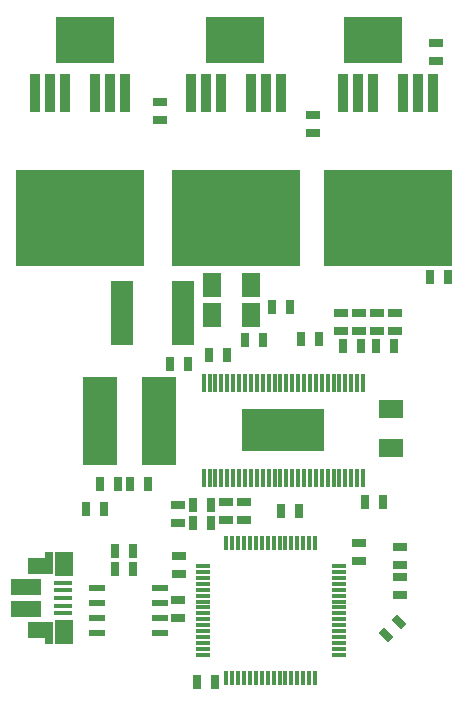
<source format=gtp>
%TF.GenerationSoftware,KiCad,Pcbnew,8.0.4-8.0.4-0~ubuntu20.04.1*%
%TF.CreationDate,2024-09-04T15:52:02+02:00*%
%TF.ProjectId,BLDC_4,424c4443-5f34-42e6-9b69-6361645f7063,A*%
%TF.SameCoordinates,Original*%
%TF.FileFunction,Paste,Top*%
%TF.FilePolarity,Positive*%
%FSLAX46Y46*%
G04 Gerber Fmt 4.6, Leading zero omitted, Abs format (unit mm)*
G04 Created by KiCad (PCBNEW 8.0.4-8.0.4-0~ubuntu20.04.1) date 2024-09-04 15:52:02*
%MOMM*%
%LPD*%
G01*
G04 APERTURE LIST*
G04 Aperture macros list*
%AMRotRect*
0 Rectangle, with rotation*
0 The origin of the aperture is its center*
0 $1 length*
0 $2 width*
0 $3 Rotation angle, in degrees counterclockwise*
0 Add horizontal line*
21,1,$1,$2,0,0,$3*%
G04 Aperture macros list end*
%ADD10R,1.849120X5.499100*%
%ADD11R,5.000000X4.000000*%
%ADD12R,10.800080X8.150860*%
%ADD13R,0.899160X3.200400*%
%ADD14R,0.300000X1.300480*%
%ADD15R,1.300480X0.300000*%
%ADD16R,0.299720X1.501140*%
%ADD17R,7.000240X3.599180*%
%ADD18R,1.524000X2.032000*%
%ADD19R,1.143000X0.635000*%
%ADD20RotRect,0.635000X1.143000X45.000000*%
%ADD21R,0.635000X1.143000*%
%ADD22R,2.032000X1.524000*%
%ADD23R,1.399540X0.599440*%
%ADD24R,1.650000X0.400000*%
%ADD25R,0.700000X1.825000*%
%ADD26R,1.500000X2.000000*%
%ADD27R,2.000000X1.350000*%
%ADD28R,2.500000X1.430000*%
%ADD29R,2.997200X7.498080*%
G04 APERTURE END LIST*
D10*
%TO.C,C37*%
X93380560Y-105918000D03*
X88229440Y-105918000D03*
%TD*%
D11*
%TO.C,P6*%
X85090000Y-82804000D03*
%TD*%
%TO.C,P9*%
X109474000Y-82804000D03*
%TD*%
D12*
%TO.C,Q1*%
X110744000Y-97848420D03*
D13*
X114554000Y-87246460D03*
X113284000Y-87246460D03*
X112014000Y-87246460D03*
X109474000Y-87246460D03*
X108204000Y-87246460D03*
X106934000Y-87246460D03*
%TD*%
D12*
%TO.C,Q3*%
X97917000Y-97848420D03*
D13*
X101727000Y-87246460D03*
X100457000Y-87246460D03*
X99187000Y-87246460D03*
X96647000Y-87246460D03*
X95377000Y-87246460D03*
X94107000Y-87246460D03*
%TD*%
D12*
%TO.C,Q5*%
X84709000Y-97848420D03*
D13*
X88519000Y-87246460D03*
X87249000Y-87246460D03*
X85979000Y-87246460D03*
X83439000Y-87246460D03*
X82169000Y-87246460D03*
X80899000Y-87246460D03*
%TD*%
D14*
%TO.C,U1*%
X97088960Y-136814560D03*
X97586800Y-136814560D03*
X98087180Y-136814560D03*
X98587560Y-136814560D03*
X99087940Y-136814560D03*
X99588320Y-136814560D03*
X100088700Y-136814560D03*
X100589080Y-136814560D03*
X101086920Y-136814560D03*
X101587300Y-136814560D03*
X102087680Y-136814560D03*
X102588060Y-136814560D03*
X103088440Y-136814560D03*
X103588820Y-136814560D03*
X104089200Y-136814560D03*
X104587040Y-136814560D03*
D15*
X106588560Y-134813040D03*
X106588560Y-134315200D03*
X106588560Y-133814820D03*
X106588560Y-133314440D03*
X106588560Y-132814060D03*
X106588560Y-132313680D03*
X106588560Y-131813300D03*
X106588560Y-131312920D03*
X106588560Y-130815080D03*
X106588560Y-130314700D03*
X106588560Y-129814320D03*
X106588560Y-129313940D03*
X106588560Y-128813560D03*
X106588560Y-128313180D03*
X106588560Y-127812800D03*
X106588560Y-127314960D03*
D14*
X104587040Y-125313440D03*
X104089200Y-125313440D03*
X103588820Y-125313440D03*
X103088440Y-125313440D03*
X102588060Y-125313440D03*
X102087680Y-125313440D03*
X101587300Y-125313440D03*
X101086920Y-125313440D03*
X100589080Y-125313440D03*
X100088700Y-125313440D03*
X99588320Y-125313440D03*
X99087940Y-125313440D03*
X98587560Y-125313440D03*
X98087180Y-125313440D03*
X97586800Y-125313440D03*
X97088960Y-125313440D03*
D15*
X95087440Y-127314960D03*
X95087440Y-127812800D03*
X95087440Y-128313180D03*
X95087440Y-128813560D03*
X95087440Y-129313940D03*
X95087440Y-129814320D03*
X95087440Y-130314700D03*
X95087440Y-130815080D03*
X95087440Y-131312920D03*
X95087440Y-131813300D03*
X95087440Y-132313680D03*
X95087440Y-132814060D03*
X95087440Y-133314440D03*
X95087440Y-133814820D03*
X95087440Y-134315200D03*
X95087440Y-134813040D03*
%TD*%
D16*
%TO.C,U3*%
X95158560Y-119824500D03*
X95656400Y-119824500D03*
X96156780Y-119824500D03*
X96657160Y-119824500D03*
X97157540Y-119824500D03*
X97657920Y-119824500D03*
X98158300Y-119824500D03*
X98656140Y-119824500D03*
X99156520Y-119824500D03*
X99656900Y-119824500D03*
X100157280Y-119824500D03*
X100657660Y-119824500D03*
X101158040Y-119824500D03*
X101658420Y-119824500D03*
X102156260Y-119824500D03*
X102656640Y-119824500D03*
X103157020Y-119824500D03*
X103657400Y-119824500D03*
X104157780Y-119824500D03*
X104658160Y-119824500D03*
X105158540Y-119824500D03*
X105656380Y-119824500D03*
X106156760Y-119824500D03*
X106657140Y-119824500D03*
X107157520Y-119824500D03*
X107657900Y-119824500D03*
X108158280Y-119824500D03*
X108656120Y-119824500D03*
X108656120Y-111823500D03*
X108158280Y-111823500D03*
X107657900Y-111823500D03*
X107157520Y-111823500D03*
X106657140Y-111823500D03*
X106156760Y-111823500D03*
X105656380Y-111823500D03*
X105158540Y-111823500D03*
X104658160Y-111823500D03*
X104157780Y-111823500D03*
X103657400Y-111823500D03*
X103157020Y-111823500D03*
X102656640Y-111823500D03*
X102156260Y-111823500D03*
X101658420Y-111823500D03*
X101158040Y-111823500D03*
X100657660Y-111823500D03*
X100157280Y-111823500D03*
X99656900Y-111823500D03*
X99156520Y-111823500D03*
X98656140Y-111823500D03*
X98158300Y-111823500D03*
X97657920Y-111823500D03*
X97157540Y-111823500D03*
X96657160Y-111823500D03*
X96156780Y-111823500D03*
X95656400Y-111823500D03*
X95158560Y-111823500D03*
D17*
X101854000Y-115824000D03*
%TD*%
D11*
%TO.C,P7*%
X97790000Y-82804000D03*
%TD*%
D18*
%TO.C,C1*%
X95885000Y-106045000D03*
X99187000Y-106045000D03*
%TD*%
%TO.C,C8*%
X95885000Y-103505000D03*
X99187000Y-103505000D03*
%TD*%
D19*
%TO.C,C10*%
X108331000Y-125349000D03*
X108331000Y-126873000D03*
%TD*%
D20*
%TO.C,C11*%
X110586185Y-133126815D03*
X111663815Y-132049185D03*
%TD*%
D19*
%TO.C,C12*%
X98552000Y-123444000D03*
X98552000Y-121920000D03*
%TD*%
%TO.C,C13*%
X93091000Y-128016000D03*
X93091000Y-126492000D03*
%TD*%
D21*
%TO.C,C19*%
X94234000Y-122174000D03*
X95758000Y-122174000D03*
%TD*%
D19*
%TO.C,C21*%
X92964000Y-122174000D03*
X92964000Y-123698000D03*
%TD*%
D21*
%TO.C,C22*%
X101727000Y-122682000D03*
X103251000Y-122682000D03*
%TD*%
%TO.C,C23*%
X110363000Y-121920000D03*
X108839000Y-121920000D03*
%TD*%
%TO.C,C27*%
X97155000Y-109474000D03*
X95631000Y-109474000D03*
%TD*%
%TO.C,C28*%
X100203000Y-108204000D03*
X98679000Y-108204000D03*
%TD*%
%TO.C,C29*%
X102489000Y-105410000D03*
X100965000Y-105410000D03*
%TD*%
%TO.C,C30*%
X104902000Y-108077000D03*
X103378000Y-108077000D03*
%TD*%
%TO.C,C34*%
X106934000Y-108712000D03*
X108458000Y-108712000D03*
%TD*%
%TO.C,C35*%
X94615000Y-137160000D03*
X96139000Y-137160000D03*
%TD*%
%TO.C,C36*%
X109728000Y-108712000D03*
X111252000Y-108712000D03*
%TD*%
D22*
%TO.C,C39*%
X110998000Y-117348000D03*
X110998000Y-114046000D03*
%TD*%
D19*
%TO.C,C41*%
X111760000Y-125730000D03*
X111760000Y-127254000D03*
%TD*%
%TO.C,C401*%
X93000000Y-130188000D03*
X93000000Y-131712000D03*
%TD*%
D21*
%TO.C,R1*%
X114300000Y-102870000D03*
X115824000Y-102870000D03*
%TD*%
D19*
%TO.C,R2*%
X111760000Y-129794000D03*
X111760000Y-128270000D03*
%TD*%
D21*
%TO.C,R17*%
X86360000Y-120396000D03*
X87884000Y-120396000D03*
%TD*%
%TO.C,R18*%
X88900000Y-120396000D03*
X90424000Y-120396000D03*
%TD*%
%TO.C,R19*%
X94234000Y-123698000D03*
X95758000Y-123698000D03*
%TD*%
D19*
%TO.C,R20*%
X97028000Y-121920000D03*
X97028000Y-123444000D03*
%TD*%
D21*
%TO.C,R25*%
X92329000Y-110236000D03*
X93853000Y-110236000D03*
%TD*%
D19*
%TO.C,R28*%
X114808000Y-84582000D03*
X114808000Y-83058000D03*
%TD*%
%TO.C,R34*%
X104394000Y-89154000D03*
X104394000Y-90678000D03*
%TD*%
%TO.C,R42*%
X91440000Y-88011000D03*
X91440000Y-89535000D03*
%TD*%
%TO.C,R48*%
X106807000Y-105918000D03*
X106807000Y-107442000D03*
%TD*%
%TO.C,R49*%
X108331000Y-105918000D03*
X108331000Y-107442000D03*
%TD*%
%TO.C,R50*%
X109855000Y-105918000D03*
X109855000Y-107442000D03*
%TD*%
%TO.C,R51*%
X111379000Y-105918000D03*
X111379000Y-107442000D03*
%TD*%
D21*
%TO.C,R103*%
X89162000Y-127550000D03*
X87638000Y-127550000D03*
%TD*%
%TO.C,R104*%
X89162000Y-126000000D03*
X87638000Y-126000000D03*
%TD*%
%TO.C,R401*%
X86762000Y-122500000D03*
X85238000Y-122500000D03*
%TD*%
D23*
%TO.C,U401*%
X91467000Y-132955000D03*
X91467000Y-131685000D03*
X91467000Y-130415000D03*
X91467000Y-129145000D03*
X86133000Y-129145000D03*
X86133000Y-130415000D03*
X86133000Y-131685000D03*
X86133000Y-132955000D03*
%TD*%
D24*
%TO.C,X1*%
X83250000Y-128700000D03*
X83250000Y-129350000D03*
X83250000Y-130000000D03*
X83250000Y-130650000D03*
X83250000Y-131300000D03*
D25*
X82050000Y-127050000D03*
D26*
X83350000Y-127150000D03*
D27*
X81300000Y-127270000D03*
D28*
X80100000Y-129040000D03*
X80100000Y-130960000D03*
D27*
X81300000Y-132750000D03*
D26*
X83370000Y-132900000D03*
D25*
X82050000Y-133000000D03*
%TD*%
D29*
%TO.C,L1*%
X91399360Y-115062000D03*
X86400640Y-115062000D03*
%TD*%
M02*

</source>
